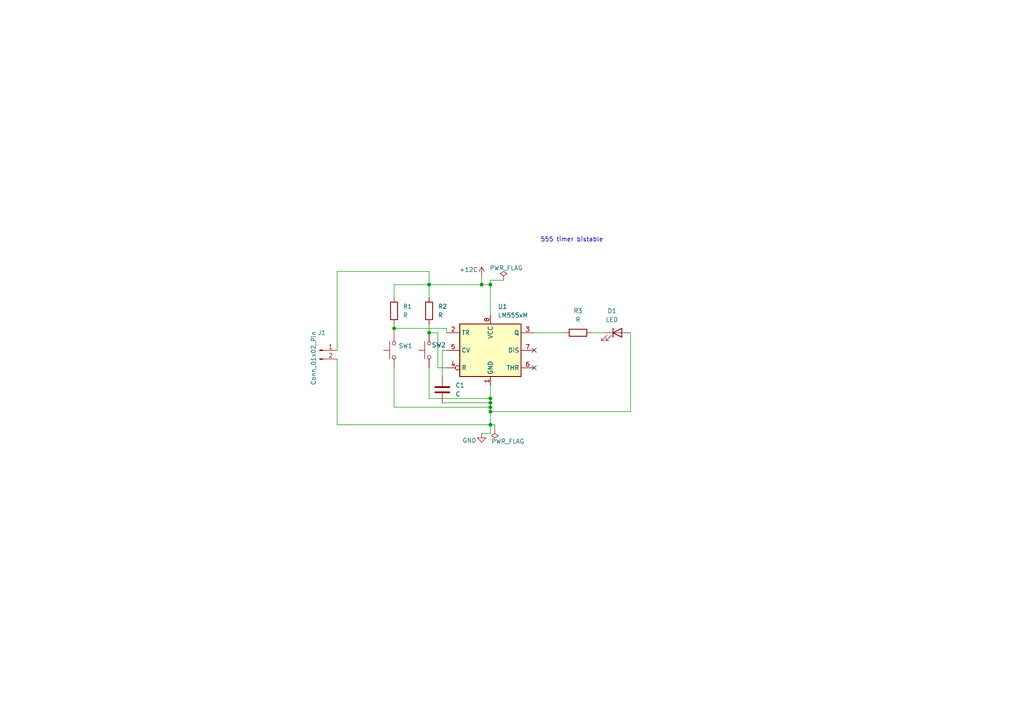
<source format=kicad_sch>
(kicad_sch
	(version 20250114)
	(generator "eeschema")
	(generator_version "9.0")
	(uuid "bc7404fc-2280-41a7-90f0-6c37319df98c")
	(paper "A4")
	(lib_symbols
		(symbol "Connector:Conn_01x02_Pin"
			(pin_names
				(offset 1.016)
				(hide yes)
			)
			(exclude_from_sim no)
			(in_bom yes)
			(on_board yes)
			(property "Reference" "J"
				(at 0 2.54 0)
				(effects
					(font
						(size 1.27 1.27)
					)
				)
			)
			(property "Value" "Conn_01x02_Pin"
				(at 0 -5.08 0)
				(effects
					(font
						(size 1.27 1.27)
					)
				)
			)
			(property "Footprint" ""
				(at 0 0 0)
				(effects
					(font
						(size 1.27 1.27)
					)
					(hide yes)
				)
			)
			(property "Datasheet" "~"
				(at 0 0 0)
				(effects
					(font
						(size 1.27 1.27)
					)
					(hide yes)
				)
			)
			(property "Description" "Generic connector, single row, 01x02, script generated"
				(at 0 0 0)
				(effects
					(font
						(size 1.27 1.27)
					)
					(hide yes)
				)
			)
			(property "ki_locked" ""
				(at 0 0 0)
				(effects
					(font
						(size 1.27 1.27)
					)
				)
			)
			(property "ki_keywords" "connector"
				(at 0 0 0)
				(effects
					(font
						(size 1.27 1.27)
					)
					(hide yes)
				)
			)
			(property "ki_fp_filters" "Connector*:*_1x??_*"
				(at 0 0 0)
				(effects
					(font
						(size 1.27 1.27)
					)
					(hide yes)
				)
			)
			(symbol "Conn_01x02_Pin_1_1"
				(rectangle
					(start 0.8636 0.127)
					(end 0 -0.127)
					(stroke
						(width 0.1524)
						(type default)
					)
					(fill
						(type outline)
					)
				)
				(rectangle
					(start 0.8636 -2.413)
					(end 0 -2.667)
					(stroke
						(width 0.1524)
						(type default)
					)
					(fill
						(type outline)
					)
				)
				(polyline
					(pts
						(xy 1.27 0) (xy 0.8636 0)
					)
					(stroke
						(width 0.1524)
						(type default)
					)
					(fill
						(type none)
					)
				)
				(polyline
					(pts
						(xy 1.27 -2.54) (xy 0.8636 -2.54)
					)
					(stroke
						(width 0.1524)
						(type default)
					)
					(fill
						(type none)
					)
				)
				(pin passive line
					(at 5.08 0 180)
					(length 3.81)
					(name "Pin_1"
						(effects
							(font
								(size 1.27 1.27)
							)
						)
					)
					(number "1"
						(effects
							(font
								(size 1.27 1.27)
							)
						)
					)
				)
				(pin passive line
					(at 5.08 -2.54 180)
					(length 3.81)
					(name "Pin_2"
						(effects
							(font
								(size 1.27 1.27)
							)
						)
					)
					(number "2"
						(effects
							(font
								(size 1.27 1.27)
							)
						)
					)
				)
			)
			(embedded_fonts no)
		)
		(symbol "Device:C"
			(pin_numbers
				(hide yes)
			)
			(pin_names
				(offset 0.254)
			)
			(exclude_from_sim no)
			(in_bom yes)
			(on_board yes)
			(property "Reference" "C"
				(at 0.635 2.54 0)
				(effects
					(font
						(size 1.27 1.27)
					)
					(justify left)
				)
			)
			(property "Value" "C"
				(at 0.635 -2.54 0)
				(effects
					(font
						(size 1.27 1.27)
					)
					(justify left)
				)
			)
			(property "Footprint" ""
				(at 0.9652 -3.81 0)
				(effects
					(font
						(size 1.27 1.27)
					)
					(hide yes)
				)
			)
			(property "Datasheet" "~"
				(at 0 0 0)
				(effects
					(font
						(size 1.27 1.27)
					)
					(hide yes)
				)
			)
			(property "Description" "Unpolarized capacitor"
				(at 0 0 0)
				(effects
					(font
						(size 1.27 1.27)
					)
					(hide yes)
				)
			)
			(property "ki_keywords" "cap capacitor"
				(at 0 0 0)
				(effects
					(font
						(size 1.27 1.27)
					)
					(hide yes)
				)
			)
			(property "ki_fp_filters" "C_*"
				(at 0 0 0)
				(effects
					(font
						(size 1.27 1.27)
					)
					(hide yes)
				)
			)
			(symbol "C_0_1"
				(polyline
					(pts
						(xy -2.032 0.762) (xy 2.032 0.762)
					)
					(stroke
						(width 0.508)
						(type default)
					)
					(fill
						(type none)
					)
				)
				(polyline
					(pts
						(xy -2.032 -0.762) (xy 2.032 -0.762)
					)
					(stroke
						(width 0.508)
						(type default)
					)
					(fill
						(type none)
					)
				)
			)
			(symbol "C_1_1"
				(pin passive line
					(at 0 3.81 270)
					(length 2.794)
					(name "~"
						(effects
							(font
								(size 1.27 1.27)
							)
						)
					)
					(number "1"
						(effects
							(font
								(size 1.27 1.27)
							)
						)
					)
				)
				(pin passive line
					(at 0 -3.81 90)
					(length 2.794)
					(name "~"
						(effects
							(font
								(size 1.27 1.27)
							)
						)
					)
					(number "2"
						(effects
							(font
								(size 1.27 1.27)
							)
						)
					)
				)
			)
			(embedded_fonts no)
		)
		(symbol "Device:LED"
			(pin_numbers
				(hide yes)
			)
			(pin_names
				(offset 1.016)
				(hide yes)
			)
			(exclude_from_sim no)
			(in_bom yes)
			(on_board yes)
			(property "Reference" "D"
				(at 0 2.54 0)
				(effects
					(font
						(size 1.27 1.27)
					)
				)
			)
			(property "Value" "LED"
				(at 0 -2.54 0)
				(effects
					(font
						(size 1.27 1.27)
					)
				)
			)
			(property "Footprint" ""
				(at 0 0 0)
				(effects
					(font
						(size 1.27 1.27)
					)
					(hide yes)
				)
			)
			(property "Datasheet" "~"
				(at 0 0 0)
				(effects
					(font
						(size 1.27 1.27)
					)
					(hide yes)
				)
			)
			(property "Description" "Light emitting diode"
				(at 0 0 0)
				(effects
					(font
						(size 1.27 1.27)
					)
					(hide yes)
				)
			)
			(property "Sim.Pins" "1=K 2=A"
				(at 0 0 0)
				(effects
					(font
						(size 1.27 1.27)
					)
					(hide yes)
				)
			)
			(property "ki_keywords" "LED diode"
				(at 0 0 0)
				(effects
					(font
						(size 1.27 1.27)
					)
					(hide yes)
				)
			)
			(property "ki_fp_filters" "LED* LED_SMD:* LED_THT:*"
				(at 0 0 0)
				(effects
					(font
						(size 1.27 1.27)
					)
					(hide yes)
				)
			)
			(symbol "LED_0_1"
				(polyline
					(pts
						(xy -3.048 -0.762) (xy -4.572 -2.286) (xy -3.81 -2.286) (xy -4.572 -2.286) (xy -4.572 -1.524)
					)
					(stroke
						(width 0)
						(type default)
					)
					(fill
						(type none)
					)
				)
				(polyline
					(pts
						(xy -1.778 -0.762) (xy -3.302 -2.286) (xy -2.54 -2.286) (xy -3.302 -2.286) (xy -3.302 -1.524)
					)
					(stroke
						(width 0)
						(type default)
					)
					(fill
						(type none)
					)
				)
				(polyline
					(pts
						(xy -1.27 0) (xy 1.27 0)
					)
					(stroke
						(width 0)
						(type default)
					)
					(fill
						(type none)
					)
				)
				(polyline
					(pts
						(xy -1.27 -1.27) (xy -1.27 1.27)
					)
					(stroke
						(width 0.254)
						(type default)
					)
					(fill
						(type none)
					)
				)
				(polyline
					(pts
						(xy 1.27 -1.27) (xy 1.27 1.27) (xy -1.27 0) (xy 1.27 -1.27)
					)
					(stroke
						(width 0.254)
						(type default)
					)
					(fill
						(type none)
					)
				)
			)
			(symbol "LED_1_1"
				(pin passive line
					(at -3.81 0 0)
					(length 2.54)
					(name "K"
						(effects
							(font
								(size 1.27 1.27)
							)
						)
					)
					(number "1"
						(effects
							(font
								(size 1.27 1.27)
							)
						)
					)
				)
				(pin passive line
					(at 3.81 0 180)
					(length 2.54)
					(name "A"
						(effects
							(font
								(size 1.27 1.27)
							)
						)
					)
					(number "2"
						(effects
							(font
								(size 1.27 1.27)
							)
						)
					)
				)
			)
			(embedded_fonts no)
		)
		(symbol "Device:R"
			(pin_numbers
				(hide yes)
			)
			(pin_names
				(offset 0)
			)
			(exclude_from_sim no)
			(in_bom yes)
			(on_board yes)
			(property "Reference" "R"
				(at 2.032 0 90)
				(effects
					(font
						(size 1.27 1.27)
					)
				)
			)
			(property "Value" "R"
				(at 0 0 90)
				(effects
					(font
						(size 1.27 1.27)
					)
				)
			)
			(property "Footprint" ""
				(at -1.778 0 90)
				(effects
					(font
						(size 1.27 1.27)
					)
					(hide yes)
				)
			)
			(property "Datasheet" "~"
				(at 0 0 0)
				(effects
					(font
						(size 1.27 1.27)
					)
					(hide yes)
				)
			)
			(property "Description" "Resistor"
				(at 0 0 0)
				(effects
					(font
						(size 1.27 1.27)
					)
					(hide yes)
				)
			)
			(property "ki_keywords" "R res resistor"
				(at 0 0 0)
				(effects
					(font
						(size 1.27 1.27)
					)
					(hide yes)
				)
			)
			(property "ki_fp_filters" "R_*"
				(at 0 0 0)
				(effects
					(font
						(size 1.27 1.27)
					)
					(hide yes)
				)
			)
			(symbol "R_0_1"
				(rectangle
					(start -1.016 -2.54)
					(end 1.016 2.54)
					(stroke
						(width 0.254)
						(type default)
					)
					(fill
						(type none)
					)
				)
			)
			(symbol "R_1_1"
				(pin passive line
					(at 0 3.81 270)
					(length 1.27)
					(name "~"
						(effects
							(font
								(size 1.27 1.27)
							)
						)
					)
					(number "1"
						(effects
							(font
								(size 1.27 1.27)
							)
						)
					)
				)
				(pin passive line
					(at 0 -3.81 90)
					(length 1.27)
					(name "~"
						(effects
							(font
								(size 1.27 1.27)
							)
						)
					)
					(number "2"
						(effects
							(font
								(size 1.27 1.27)
							)
						)
					)
				)
			)
			(embedded_fonts no)
		)
		(symbol "Switch:SW_Push"
			(pin_numbers
				(hide yes)
			)
			(pin_names
				(offset 1.016)
				(hide yes)
			)
			(exclude_from_sim no)
			(in_bom yes)
			(on_board yes)
			(property "Reference" "SW"
				(at 1.27 2.54 0)
				(effects
					(font
						(size 1.27 1.27)
					)
					(justify left)
				)
			)
			(property "Value" "SW_Push"
				(at 0 -1.524 0)
				(effects
					(font
						(size 1.27 1.27)
					)
				)
			)
			(property "Footprint" ""
				(at 0 5.08 0)
				(effects
					(font
						(size 1.27 1.27)
					)
					(hide yes)
				)
			)
			(property "Datasheet" "~"
				(at 0 5.08 0)
				(effects
					(font
						(size 1.27 1.27)
					)
					(hide yes)
				)
			)
			(property "Description" "Push button switch, generic, two pins"
				(at 0 0 0)
				(effects
					(font
						(size 1.27 1.27)
					)
					(hide yes)
				)
			)
			(property "ki_keywords" "switch normally-open pushbutton push-button"
				(at 0 0 0)
				(effects
					(font
						(size 1.27 1.27)
					)
					(hide yes)
				)
			)
			(symbol "SW_Push_0_1"
				(circle
					(center -2.032 0)
					(radius 0.508)
					(stroke
						(width 0)
						(type default)
					)
					(fill
						(type none)
					)
				)
				(polyline
					(pts
						(xy 0 1.27) (xy 0 3.048)
					)
					(stroke
						(width 0)
						(type default)
					)
					(fill
						(type none)
					)
				)
				(circle
					(center 2.032 0)
					(radius 0.508)
					(stroke
						(width 0)
						(type default)
					)
					(fill
						(type none)
					)
				)
				(polyline
					(pts
						(xy 2.54 1.27) (xy -2.54 1.27)
					)
					(stroke
						(width 0)
						(type default)
					)
					(fill
						(type none)
					)
				)
				(pin passive line
					(at -5.08 0 0)
					(length 2.54)
					(name "1"
						(effects
							(font
								(size 1.27 1.27)
							)
						)
					)
					(number "1"
						(effects
							(font
								(size 1.27 1.27)
							)
						)
					)
				)
				(pin passive line
					(at 5.08 0 180)
					(length 2.54)
					(name "2"
						(effects
							(font
								(size 1.27 1.27)
							)
						)
					)
					(number "2"
						(effects
							(font
								(size 1.27 1.27)
							)
						)
					)
				)
			)
			(embedded_fonts no)
		)
		(symbol "Timer:LM555xM"
			(exclude_from_sim no)
			(in_bom yes)
			(on_board yes)
			(property "Reference" "U"
				(at -10.16 8.89 0)
				(effects
					(font
						(size 1.27 1.27)
					)
					(justify left)
				)
			)
			(property "Value" "LM555xM"
				(at 2.54 8.89 0)
				(effects
					(font
						(size 1.27 1.27)
					)
					(justify left)
				)
			)
			(property "Footprint" "Package_SO:SOIC-8_3.9x4.9mm_P1.27mm"
				(at 21.59 -10.16 0)
				(effects
					(font
						(size 1.27 1.27)
					)
					(hide yes)
				)
			)
			(property "Datasheet" "http://www.ti.com/lit/ds/symlink/lm555.pdf"
				(at 21.59 -10.16 0)
				(effects
					(font
						(size 1.27 1.27)
					)
					(hide yes)
				)
			)
			(property "Description" "Timer, 555 compatible, SOIC-8"
				(at 0 0 0)
				(effects
					(font
						(size 1.27 1.27)
					)
					(hide yes)
				)
			)
			(property "ki_keywords" "single timer 555"
				(at 0 0 0)
				(effects
					(font
						(size 1.27 1.27)
					)
					(hide yes)
				)
			)
			(property "ki_fp_filters" "SOIC*3.9x4.9mm*P1.27mm*"
				(at 0 0 0)
				(effects
					(font
						(size 1.27 1.27)
					)
					(hide yes)
				)
			)
			(symbol "LM555xM_0_0"
				(pin power_in line
					(at 0 10.16 270)
					(length 2.54)
					(name "VCC"
						(effects
							(font
								(size 1.27 1.27)
							)
						)
					)
					(number "8"
						(effects
							(font
								(size 1.27 1.27)
							)
						)
					)
				)
				(pin power_in line
					(at 0 -10.16 90)
					(length 2.54)
					(name "GND"
						(effects
							(font
								(size 1.27 1.27)
							)
						)
					)
					(number "1"
						(effects
							(font
								(size 1.27 1.27)
							)
						)
					)
				)
			)
			(symbol "LM555xM_0_1"
				(rectangle
					(start -8.89 -7.62)
					(end 8.89 7.62)
					(stroke
						(width 0.254)
						(type default)
					)
					(fill
						(type background)
					)
				)
				(rectangle
					(start -8.89 -7.62)
					(end 8.89 7.62)
					(stroke
						(width 0.254)
						(type default)
					)
					(fill
						(type background)
					)
				)
			)
			(symbol "LM555xM_1_1"
				(pin input line
					(at -12.7 5.08 0)
					(length 3.81)
					(name "TR"
						(effects
							(font
								(size 1.27 1.27)
							)
						)
					)
					(number "2"
						(effects
							(font
								(size 1.27 1.27)
							)
						)
					)
				)
				(pin input line
					(at -12.7 0 0)
					(length 3.81)
					(name "CV"
						(effects
							(font
								(size 1.27 1.27)
							)
						)
					)
					(number "5"
						(effects
							(font
								(size 1.27 1.27)
							)
						)
					)
				)
				(pin input inverted
					(at -12.7 -5.08 0)
					(length 3.81)
					(name "R"
						(effects
							(font
								(size 1.27 1.27)
							)
						)
					)
					(number "4"
						(effects
							(font
								(size 1.27 1.27)
							)
						)
					)
				)
				(pin output line
					(at 12.7 5.08 180)
					(length 3.81)
					(name "Q"
						(effects
							(font
								(size 1.27 1.27)
							)
						)
					)
					(number "3"
						(effects
							(font
								(size 1.27 1.27)
							)
						)
					)
				)
				(pin input line
					(at 12.7 0 180)
					(length 3.81)
					(name "DIS"
						(effects
							(font
								(size 1.27 1.27)
							)
						)
					)
					(number "7"
						(effects
							(font
								(size 1.27 1.27)
							)
						)
					)
				)
				(pin input line
					(at 12.7 -5.08 180)
					(length 3.81)
					(name "THR"
						(effects
							(font
								(size 1.27 1.27)
							)
						)
					)
					(number "6"
						(effects
							(font
								(size 1.27 1.27)
							)
						)
					)
				)
			)
			(embedded_fonts no)
		)
		(symbol "power:+12C"
			(power)
			(pin_numbers
				(hide yes)
			)
			(pin_names
				(offset 0)
				(hide yes)
			)
			(exclude_from_sim no)
			(in_bom yes)
			(on_board yes)
			(property "Reference" "#PWR"
				(at 0 -3.81 0)
				(effects
					(font
						(size 1.27 1.27)
					)
					(hide yes)
				)
			)
			(property "Value" "+12C"
				(at 0 3.556 0)
				(effects
					(font
						(size 1.27 1.27)
					)
				)
			)
			(property "Footprint" ""
				(at 0 0 0)
				(effects
					(font
						(size 1.27 1.27)
					)
					(hide yes)
				)
			)
			(property "Datasheet" ""
				(at 0 0 0)
				(effects
					(font
						(size 1.27 1.27)
					)
					(hide yes)
				)
			)
			(property "Description" "Power symbol creates a global label with name \"+12C\""
				(at 0 0 0)
				(effects
					(font
						(size 1.27 1.27)
					)
					(hide yes)
				)
			)
			(property "ki_keywords" "global power"
				(at 0 0 0)
				(effects
					(font
						(size 1.27 1.27)
					)
					(hide yes)
				)
			)
			(symbol "+12C_0_1"
				(polyline
					(pts
						(xy -0.762 1.27) (xy 0 2.54)
					)
					(stroke
						(width 0)
						(type default)
					)
					(fill
						(type none)
					)
				)
				(polyline
					(pts
						(xy 0 2.54) (xy 0.762 1.27)
					)
					(stroke
						(width 0)
						(type default)
					)
					(fill
						(type none)
					)
				)
				(polyline
					(pts
						(xy 0 0) (xy 0 2.54)
					)
					(stroke
						(width 0)
						(type default)
					)
					(fill
						(type none)
					)
				)
			)
			(symbol "+12C_1_1"
				(pin power_in line
					(at 0 0 90)
					(length 0)
					(name "~"
						(effects
							(font
								(size 1.27 1.27)
							)
						)
					)
					(number "1"
						(effects
							(font
								(size 1.27 1.27)
							)
						)
					)
				)
			)
			(embedded_fonts no)
		)
		(symbol "power:GND"
			(power)
			(pin_numbers
				(hide yes)
			)
			(pin_names
				(offset 0)
				(hide yes)
			)
			(exclude_from_sim no)
			(in_bom yes)
			(on_board yes)
			(property "Reference" "#PWR"
				(at 0 -6.35 0)
				(effects
					(font
						(size 1.27 1.27)
					)
					(hide yes)
				)
			)
			(property "Value" "GND"
				(at 0 -3.81 0)
				(effects
					(font
						(size 1.27 1.27)
					)
				)
			)
			(property "Footprint" ""
				(at 0 0 0)
				(effects
					(font
						(size 1.27 1.27)
					)
					(hide yes)
				)
			)
			(property "Datasheet" ""
				(at 0 0 0)
				(effects
					(font
						(size 1.27 1.27)
					)
					(hide yes)
				)
			)
			(property "Description" "Power symbol creates a global label with name \"GND\" , ground"
				(at 0 0 0)
				(effects
					(font
						(size 1.27 1.27)
					)
					(hide yes)
				)
			)
			(property "ki_keywords" "global power"
				(at 0 0 0)
				(effects
					(font
						(size 1.27 1.27)
					)
					(hide yes)
				)
			)
			(symbol "GND_0_1"
				(polyline
					(pts
						(xy 0 0) (xy 0 -1.27) (xy 1.27 -1.27) (xy 0 -2.54) (xy -1.27 -1.27) (xy 0 -1.27)
					)
					(stroke
						(width 0)
						(type default)
					)
					(fill
						(type none)
					)
				)
			)
			(symbol "GND_1_1"
				(pin power_in line
					(at 0 0 270)
					(length 0)
					(name "~"
						(effects
							(font
								(size 1.27 1.27)
							)
						)
					)
					(number "1"
						(effects
							(font
								(size 1.27 1.27)
							)
						)
					)
				)
			)
			(embedded_fonts no)
		)
		(symbol "power:PWR_FLAG"
			(power)
			(pin_numbers
				(hide yes)
			)
			(pin_names
				(offset 0)
				(hide yes)
			)
			(exclude_from_sim no)
			(in_bom yes)
			(on_board yes)
			(property "Reference" "#FLG"
				(at 0 1.905 0)
				(effects
					(font
						(size 1.27 1.27)
					)
					(hide yes)
				)
			)
			(property "Value" "PWR_FLAG"
				(at 0 3.81 0)
				(effects
					(font
						(size 1.27 1.27)
					)
				)
			)
			(property "Footprint" ""
				(at 0 0 0)
				(effects
					(font
						(size 1.27 1.27)
					)
					(hide yes)
				)
			)
			(property "Datasheet" "~"
				(at 0 0 0)
				(effects
					(font
						(size 1.27 1.27)
					)
					(hide yes)
				)
			)
			(property "Description" "Special symbol for telling ERC where power comes from"
				(at 0 0 0)
				(effects
					(font
						(size 1.27 1.27)
					)
					(hide yes)
				)
			)
			(property "ki_keywords" "flag power"
				(at 0 0 0)
				(effects
					(font
						(size 1.27 1.27)
					)
					(hide yes)
				)
			)
			(symbol "PWR_FLAG_0_0"
				(pin power_out line
					(at 0 0 90)
					(length 0)
					(name "~"
						(effects
							(font
								(size 1.27 1.27)
							)
						)
					)
					(number "1"
						(effects
							(font
								(size 1.27 1.27)
							)
						)
					)
				)
			)
			(symbol "PWR_FLAG_0_1"
				(polyline
					(pts
						(xy 0 0) (xy 0 1.27) (xy -1.016 1.905) (xy 0 2.54) (xy 1.016 1.905) (xy 0 1.27)
					)
					(stroke
						(width 0)
						(type default)
					)
					(fill
						(type none)
					)
				)
			)
			(embedded_fonts no)
		)
	)
	(text "555 timer bistable\n"
		(exclude_from_sim no)
		(at 165.862 69.596 0)
		(effects
			(font
				(size 1.27 1.27)
			)
		)
		(uuid "923e7eb7-3e27-45af-8f57-22b5681a8db2")
	)
	(junction
		(at 124.46 96.52)
		(diameter 0)
		(color 0 0 0 0)
		(uuid "33f97587-aee2-44b6-8be4-bebf66a8f508")
	)
	(junction
		(at 142.24 116.84)
		(diameter 0)
		(color 0 0 0 0)
		(uuid "4042029d-aa2b-4add-87db-1b7628121f26")
	)
	(junction
		(at 114.3 95.25)
		(diameter 0)
		(color 0 0 0 0)
		(uuid "68cbb287-a702-491f-8efd-fe75a6589e60")
	)
	(junction
		(at 142.24 123.19)
		(diameter 0)
		(color 0 0 0 0)
		(uuid "6cb5a041-d1b2-4252-9678-256dfb00daa6")
	)
	(junction
		(at 142.24 118.11)
		(diameter 0)
		(color 0 0 0 0)
		(uuid "7883e622-26dc-4b8d-ac4e-7f5e3bbf0eca")
	)
	(junction
		(at 124.46 82.55)
		(diameter 0)
		(color 0 0 0 0)
		(uuid "bca7adf0-4109-458d-a262-6ca90009acbd")
	)
	(junction
		(at 142.24 82.55)
		(diameter 0)
		(color 0 0 0 0)
		(uuid "c46e9b18-3399-415e-aab0-46d90d3c336e")
	)
	(junction
		(at 139.7 82.55)
		(diameter 0)
		(color 0 0 0 0)
		(uuid "d65f22a2-3997-4b2c-9aa6-2b009bcafd5e")
	)
	(junction
		(at 142.24 119.38)
		(diameter 0)
		(color 0 0 0 0)
		(uuid "d9272ab4-89a1-4248-8a64-ffa96e43a2cd")
	)
	(junction
		(at 142.24 115.57)
		(diameter 0)
		(color 0 0 0 0)
		(uuid "e7431b59-714c-479b-abe2-f1a60c4104ac")
	)
	(no_connect
		(at 154.94 101.6)
		(uuid "716f4a02-9849-4840-990c-f305682b5f96")
	)
	(no_connect
		(at 154.94 106.68)
		(uuid "94cefb7e-9741-429f-982e-8c93c5f8deeb")
	)
	(wire
		(pts
			(xy 114.3 118.11) (xy 142.24 118.11)
		)
		(stroke
			(width 0)
			(type default)
		)
		(uuid "0151cd44-35b9-459e-892d-13f031fb951e")
	)
	(wire
		(pts
			(xy 97.79 78.74) (xy 124.46 78.74)
		)
		(stroke
			(width 0)
			(type default)
		)
		(uuid "052f8dc9-3f06-4109-88b1-a3c807e2d567")
	)
	(wire
		(pts
			(xy 127 106.68) (xy 127 96.52)
		)
		(stroke
			(width 0)
			(type default)
		)
		(uuid "0bd15d72-f2b1-454b-8980-c957972178dc")
	)
	(wire
		(pts
			(xy 129.54 95.25) (xy 129.54 96.52)
		)
		(stroke
			(width 0)
			(type default)
		)
		(uuid "0e583dcd-5025-4f9d-9be1-2d62f0f53211")
	)
	(wire
		(pts
			(xy 142.24 119.38) (xy 182.88 119.38)
		)
		(stroke
			(width 0)
			(type default)
		)
		(uuid "154dc7de-7e47-4509-8118-619897ce92d0")
	)
	(wire
		(pts
			(xy 124.46 78.74) (xy 124.46 82.55)
		)
		(stroke
			(width 0)
			(type default)
		)
		(uuid "19f42bf7-09e9-49f7-8214-89e73850090a")
	)
	(wire
		(pts
			(xy 154.94 96.52) (xy 163.83 96.52)
		)
		(stroke
			(width 0)
			(type default)
		)
		(uuid "1c90309f-a2ea-464b-954e-a082ed637b05")
	)
	(wire
		(pts
			(xy 139.7 80.01) (xy 139.7 82.55)
		)
		(stroke
			(width 0)
			(type default)
		)
		(uuid "1fd7322f-2f66-4326-b0cd-bed6614ad087")
	)
	(wire
		(pts
			(xy 129.54 95.25) (xy 114.3 95.25)
		)
		(stroke
			(width 0)
			(type default)
		)
		(uuid "25b6cd9c-1a6a-45f3-8fde-81d7f90581dc")
	)
	(wire
		(pts
			(xy 182.88 119.38) (xy 182.88 96.52)
		)
		(stroke
			(width 0)
			(type default)
		)
		(uuid "3153ebd2-30fa-489b-b21b-6cc4ba4e419e")
	)
	(wire
		(pts
			(xy 97.79 101.6) (xy 97.79 78.74)
		)
		(stroke
			(width 0)
			(type default)
		)
		(uuid "3f8e58d9-2267-479b-9371-e76032c67712")
	)
	(wire
		(pts
			(xy 142.24 111.76) (xy 142.24 115.57)
		)
		(stroke
			(width 0)
			(type default)
		)
		(uuid "4183b9cc-d109-4074-b155-27e393181bd8")
	)
	(wire
		(pts
			(xy 114.3 93.98) (xy 114.3 95.25)
		)
		(stroke
			(width 0)
			(type default)
		)
		(uuid "432970a1-8c76-4c71-8ce8-4ef125e2cf00")
	)
	(wire
		(pts
			(xy 142.24 125.73) (xy 142.24 123.19)
		)
		(stroke
			(width 0)
			(type default)
		)
		(uuid "444e6dd6-bb22-4398-ae2c-e0c58cd4afb3")
	)
	(wire
		(pts
			(xy 142.24 81.28) (xy 146.05 81.28)
		)
		(stroke
			(width 0)
			(type default)
		)
		(uuid "4ee4457c-1d27-4519-9dff-441f3413a9ec")
	)
	(wire
		(pts
			(xy 139.7 125.73) (xy 142.24 125.73)
		)
		(stroke
			(width 0)
			(type default)
		)
		(uuid "4f57815f-292d-45f9-a568-8a6582d98e19")
	)
	(wire
		(pts
			(xy 114.3 82.55) (xy 124.46 82.55)
		)
		(stroke
			(width 0)
			(type default)
		)
		(uuid "50f8f388-0e39-405f-8940-436a1cdf76f8")
	)
	(wire
		(pts
			(xy 127 96.52) (xy 124.46 96.52)
		)
		(stroke
			(width 0)
			(type default)
		)
		(uuid "57017e68-ac65-4b96-8c9b-de350eb7774b")
	)
	(wire
		(pts
			(xy 124.46 115.57) (xy 142.24 115.57)
		)
		(stroke
			(width 0)
			(type default)
		)
		(uuid "58856f49-d060-4a58-96b5-81f2249f09c5")
	)
	(wire
		(pts
			(xy 143.51 123.19) (xy 143.51 124.46)
		)
		(stroke
			(width 0)
			(type default)
		)
		(uuid "5c968481-73bd-4bfd-a78a-68326fe16372")
	)
	(wire
		(pts
			(xy 97.79 104.14) (xy 97.79 123.19)
		)
		(stroke
			(width 0)
			(type default)
		)
		(uuid "607a20cb-fc80-479e-b6b9-619b0f66ba74")
	)
	(wire
		(pts
			(xy 124.46 93.98) (xy 124.46 96.52)
		)
		(stroke
			(width 0)
			(type default)
		)
		(uuid "746a3419-9ebc-45d8-bead-bc8b93a50fb7")
	)
	(wire
		(pts
			(xy 124.46 106.68) (xy 124.46 115.57)
		)
		(stroke
			(width 0)
			(type default)
		)
		(uuid "7634d9a0-b7ee-40f4-972f-b062c8833e0b")
	)
	(wire
		(pts
			(xy 114.3 106.68) (xy 114.3 118.11)
		)
		(stroke
			(width 0)
			(type default)
		)
		(uuid "919b9414-cd1e-4c31-881b-26b26fce8730")
	)
	(wire
		(pts
			(xy 142.24 116.84) (xy 142.24 118.11)
		)
		(stroke
			(width 0)
			(type default)
		)
		(uuid "92aea127-3428-40bb-90b9-036bd57f489c")
	)
	(wire
		(pts
			(xy 142.24 81.28) (xy 142.24 82.55)
		)
		(stroke
			(width 0)
			(type default)
		)
		(uuid "ab12dfe2-e5c2-497a-bdb5-c1a6328eb35f")
	)
	(wire
		(pts
			(xy 171.45 96.52) (xy 175.26 96.52)
		)
		(stroke
			(width 0)
			(type default)
		)
		(uuid "ae4409b5-aa9e-48ad-ba2c-b5ec6119ee09")
	)
	(wire
		(pts
			(xy 97.79 123.19) (xy 142.24 123.19)
		)
		(stroke
			(width 0)
			(type default)
		)
		(uuid "baa42cf5-eec6-4308-878e-dd072a8fd16a")
	)
	(wire
		(pts
			(xy 139.7 82.55) (xy 142.24 82.55)
		)
		(stroke
			(width 0)
			(type default)
		)
		(uuid "bf95b7cb-fd59-43fd-a194-a0648c9b9a21")
	)
	(wire
		(pts
			(xy 142.24 123.19) (xy 142.24 119.38)
		)
		(stroke
			(width 0)
			(type default)
		)
		(uuid "cd7f85e8-f5c5-419c-8114-b955d43baafc")
	)
	(wire
		(pts
			(xy 114.3 95.25) (xy 114.3 96.52)
		)
		(stroke
			(width 0)
			(type default)
		)
		(uuid "ce37044a-1a8c-4f57-a10d-8d306c7879b1")
	)
	(wire
		(pts
			(xy 114.3 86.36) (xy 114.3 82.55)
		)
		(stroke
			(width 0)
			(type default)
		)
		(uuid "cf58dfac-8224-43cf-8759-d14a272c8bbc")
	)
	(wire
		(pts
			(xy 142.24 123.19) (xy 143.51 123.19)
		)
		(stroke
			(width 0)
			(type default)
		)
		(uuid "d0be616b-0e6e-4407-bdbe-49d282cd0173")
	)
	(wire
		(pts
			(xy 142.24 115.57) (xy 142.24 116.84)
		)
		(stroke
			(width 0)
			(type default)
		)
		(uuid "d2ad0cf1-d5f1-46c9-a275-89b0a23e4624")
	)
	(wire
		(pts
			(xy 124.46 82.55) (xy 139.7 82.55)
		)
		(stroke
			(width 0)
			(type default)
		)
		(uuid "d3fb6c23-9c73-4eb1-8dce-427b8d8f20b2")
	)
	(wire
		(pts
			(xy 142.24 118.11) (xy 142.24 119.38)
		)
		(stroke
			(width 0)
			(type default)
		)
		(uuid "dbc7d9bd-55d7-4e92-acf1-19eb8676ee0f")
	)
	(wire
		(pts
			(xy 129.54 106.68) (xy 127 106.68)
		)
		(stroke
			(width 0)
			(type default)
		)
		(uuid "ea0718cb-44cf-4b53-97c1-327a4ce73096")
	)
	(wire
		(pts
			(xy 142.24 82.55) (xy 142.24 91.44)
		)
		(stroke
			(width 0)
			(type default)
		)
		(uuid "eb1912d9-99b6-4ba5-916d-16ff1aa8ec2f")
	)
	(wire
		(pts
			(xy 124.46 82.55) (xy 124.46 86.36)
		)
		(stroke
			(width 0)
			(type default)
		)
		(uuid "ecf96a09-1522-403b-a027-8b311a07179f")
	)
	(wire
		(pts
			(xy 128.27 101.6) (xy 128.27 109.22)
		)
		(stroke
			(width 0)
			(type default)
		)
		(uuid "febe8233-29d4-4f1e-88ad-d9d5a5b9f077")
	)
	(wire
		(pts
			(xy 128.27 116.84) (xy 142.24 116.84)
		)
		(stroke
			(width 0)
			(type default)
		)
		(uuid "ff3304f3-64c9-4152-9d7b-481549e4623f")
	)
	(wire
		(pts
			(xy 129.54 101.6) (xy 128.27 101.6)
		)
		(stroke
			(width 0)
			(type default)
		)
		(uuid "ffa07b43-0d7f-4612-8f06-70cbcfdb77e6")
	)
	(symbol
		(lib_id "power:PWR_FLAG")
		(at 146.05 81.28 0)
		(unit 1)
		(exclude_from_sim no)
		(in_bom yes)
		(on_board yes)
		(dnp no)
		(uuid "16680a57-9c30-4568-b564-1eeddea88cf5")
		(property "Reference" "#FLG01"
			(at 146.05 79.375 0)
			(effects
				(font
					(size 1.27 1.27)
				)
				(hide yes)
			)
		)
		(property "Value" "PWR_FLAG"
			(at 146.812 77.724 0)
			(effects
				(font
					(size 1.27 1.27)
				)
			)
		)
		(property "Footprint" ""
			(at 146.05 81.28 0)
			(effects
				(font
					(size 1.27 1.27)
				)
				(hide yes)
			)
		)
		(property "Datasheet" "~"
			(at 146.05 81.28 0)
			(effects
				(font
					(size 1.27 1.27)
				)
				(hide yes)
			)
		)
		(property "Description" "Special symbol for telling ERC where power comes from"
			(at 146.05 81.28 0)
			(effects
				(font
					(size 1.27 1.27)
				)
				(hide yes)
			)
		)
		(pin "1"
			(uuid "26f60793-c129-494e-8b47-fdfcfd6e77c8")
		)
		(instances
			(project ""
				(path "/bc7404fc-2280-41a7-90f0-6c37319df98c"
					(reference "#FLG01")
					(unit 1)
				)
			)
		)
	)
	(symbol
		(lib_id "Connector:Conn_01x02_Pin")
		(at 92.71 101.6 0)
		(unit 1)
		(exclude_from_sim no)
		(in_bom yes)
		(on_board yes)
		(dnp no)
		(uuid "3b6abafd-0a70-48b4-be41-bee4dd20fd16")
		(property "Reference" "J1"
			(at 93.345 96.52 0)
			(effects
				(font
					(size 1.27 1.27)
				)
			)
		)
		(property "Value" "Conn_01x02_Pin"
			(at 90.932 103.886 90)
			(effects
				(font
					(size 1.27 1.27)
				)
			)
		)
		(property "Footprint" "Connector_TE-Connectivity:TE_440054-2_1x02_P2.00mm_Vertical"
			(at 92.71 101.6 0)
			(effects
				(font
					(size 1.27 1.27)
				)
				(hide yes)
			)
		)
		(property "Datasheet" "~"
			(at 92.71 101.6 0)
			(effects
				(font
					(size 1.27 1.27)
				)
				(hide yes)
			)
		)
		(property "Description" "Generic connector, single row, 01x02, script generated"
			(at 92.71 101.6 0)
			(effects
				(font
					(size 1.27 1.27)
				)
				(hide yes)
			)
		)
		(pin "1"
			(uuid "6bf40bfa-64a8-4a4e-b638-5db54f796710")
		)
		(pin "2"
			(uuid "1709001b-4d88-4f26-aa42-d4b331aee6e0")
		)
		(instances
			(project ""
				(path "/bc7404fc-2280-41a7-90f0-6c37319df98c"
					(reference "J1")
					(unit 1)
				)
			)
		)
	)
	(symbol
		(lib_id "power:+12C")
		(at 139.7 80.01 0)
		(unit 1)
		(exclude_from_sim no)
		(in_bom yes)
		(on_board yes)
		(dnp no)
		(uuid "4440530b-9d91-4ade-bdcd-e2d1ec97e83d")
		(property "Reference" "#PWR02"
			(at 139.7 83.82 0)
			(effects
				(font
					(size 1.27 1.27)
				)
				(hide yes)
			)
		)
		(property "Value" "+12C"
			(at 135.89 78.232 0)
			(effects
				(font
					(size 1.27 1.27)
				)
			)
		)
		(property "Footprint" ""
			(at 139.7 80.01 0)
			(effects
				(font
					(size 1.27 1.27)
				)
				(hide yes)
			)
		)
		(property "Datasheet" ""
			(at 139.7 80.01 0)
			(effects
				(font
					(size 1.27 1.27)
				)
				(hide yes)
			)
		)
		(property "Description" "Power symbol creates a global label with name \"+12C\""
			(at 139.7 80.01 0)
			(effects
				(font
					(size 1.27 1.27)
				)
				(hide yes)
			)
		)
		(pin "1"
			(uuid "ef0e8f02-a9a7-43da-91a9-abfea16da7c1")
		)
		(instances
			(project ""
				(path "/bc7404fc-2280-41a7-90f0-6c37319df98c"
					(reference "#PWR02")
					(unit 1)
				)
			)
		)
	)
	(symbol
		(lib_id "Device:R")
		(at 167.64 96.52 90)
		(unit 1)
		(exclude_from_sim no)
		(in_bom yes)
		(on_board yes)
		(dnp no)
		(fields_autoplaced yes)
		(uuid "4fa6494e-3cce-4553-be2b-f503a523774b")
		(property "Reference" "R3"
			(at 167.64 90.17 90)
			(effects
				(font
					(size 1.27 1.27)
				)
			)
		)
		(property "Value" "R"
			(at 167.64 92.71 90)
			(effects
				(font
					(size 1.27 1.27)
				)
			)
		)
		(property "Footprint" "Resistor_THT:R_Axial_DIN0411_L9.9mm_D3.6mm_P5.08mm_Vertical"
			(at 167.64 98.298 90)
			(effects
				(font
					(size 1.27 1.27)
				)
				(hide yes)
			)
		)
		(property "Datasheet" "~"
			(at 167.64 96.52 0)
			(effects
				(font
					(size 1.27 1.27)
				)
				(hide yes)
			)
		)
		(property "Description" "Resistor"
			(at 167.64 96.52 0)
			(effects
				(font
					(size 1.27 1.27)
				)
				(hide yes)
			)
		)
		(pin "1"
			(uuid "11fcdf68-b193-4735-9916-f15f789d2c74")
		)
		(pin "2"
			(uuid "750e3448-e965-4aab-a4c4-042161720e41")
		)
		(instances
			(project ""
				(path "/bc7404fc-2280-41a7-90f0-6c37319df98c"
					(reference "R3")
					(unit 1)
				)
			)
		)
	)
	(symbol
		(lib_id "Device:R")
		(at 114.3 90.17 0)
		(unit 1)
		(exclude_from_sim no)
		(in_bom yes)
		(on_board yes)
		(dnp no)
		(fields_autoplaced yes)
		(uuid "5bd004d4-e557-467e-ad9e-6a3489039b5c")
		(property "Reference" "R1"
			(at 116.84 88.8999 0)
			(effects
				(font
					(size 1.27 1.27)
				)
				(justify left)
			)
		)
		(property "Value" "R"
			(at 116.84 91.4399 0)
			(effects
				(font
					(size 1.27 1.27)
				)
				(justify left)
			)
		)
		(property "Footprint" "Resistor_THT:R_Axial_DIN0411_L9.9mm_D3.6mm_P5.08mm_Vertical"
			(at 112.522 90.17 90)
			(effects
				(font
					(size 1.27 1.27)
				)
				(hide yes)
			)
		)
		(property "Datasheet" "~"
			(at 114.3 90.17 0)
			(effects
				(font
					(size 1.27 1.27)
				)
				(hide yes)
			)
		)
		(property "Description" "Resistor"
			(at 114.3 90.17 0)
			(effects
				(font
					(size 1.27 1.27)
				)
				(hide yes)
			)
		)
		(pin "2"
			(uuid "1d7893f9-3980-4f75-89ca-f20bac4d72df")
		)
		(pin "1"
			(uuid "ab0d6ab2-0402-4a4c-b6aa-ab1cccf93529")
		)
		(instances
			(project ""
				(path "/bc7404fc-2280-41a7-90f0-6c37319df98c"
					(reference "R1")
					(unit 1)
				)
			)
		)
	)
	(symbol
		(lib_id "Switch:SW_Push")
		(at 124.46 101.6 90)
		(unit 1)
		(exclude_from_sim no)
		(in_bom yes)
		(on_board yes)
		(dnp no)
		(uuid "666e9af5-074a-4a70-9857-772a3f1bc2bc")
		(property "Reference" "SW2"
			(at 125.222 100.076 90)
			(effects
				(font
					(size 1.27 1.27)
				)
				(justify right)
			)
		)
		(property "Value" "SW_Push"
			(at 125.73 102.8699 90)
			(effects
				(font
					(size 1.27 1.27)
				)
				(justify right)
				(hide yes)
			)
		)
		(property "Footprint" "Button_Switch_THT:SW_PUSH_6mm_H4.3mm"
			(at 119.38 101.6 0)
			(effects
				(font
					(size 1.27 1.27)
				)
				(hide yes)
			)
		)
		(property "Datasheet" "~"
			(at 119.38 101.6 0)
			(effects
				(font
					(size 1.27 1.27)
				)
				(hide yes)
			)
		)
		(property "Description" "Push button switch, generic, two pins"
			(at 124.46 101.6 0)
			(effects
				(font
					(size 1.27 1.27)
				)
				(hide yes)
			)
		)
		(pin "2"
			(uuid "4ca70ba8-763b-4e4a-bd68-fad944d06945")
		)
		(pin "1"
			(uuid "8836a367-7c5f-4ae7-9d81-276bbdb9781c")
		)
		(instances
			(project ""
				(path "/bc7404fc-2280-41a7-90f0-6c37319df98c"
					(reference "SW2")
					(unit 1)
				)
			)
		)
	)
	(symbol
		(lib_id "Switch:SW_Push")
		(at 114.3 101.6 90)
		(unit 1)
		(exclude_from_sim no)
		(in_bom yes)
		(on_board yes)
		(dnp no)
		(fields_autoplaced yes)
		(uuid "7ae162d2-f1b0-4cf4-b15b-1f2c164e0218")
		(property "Reference" "SW1"
			(at 115.57 100.3299 90)
			(effects
				(font
					(size 1.27 1.27)
				)
				(justify right)
			)
		)
		(property "Value" "SW_Push"
			(at 115.57 102.8699 90)
			(effects
				(font
					(size 1.27 1.27)
				)
				(justify right)
				(hide yes)
			)
		)
		(property "Footprint" "Button_Switch_THT:SW_PUSH_6mm_H4.3mm"
			(at 109.22 101.6 0)
			(effects
				(font
					(size 1.27 1.27)
				)
				(hide yes)
			)
		)
		(property "Datasheet" "~"
			(at 109.22 101.6 0)
			(effects
				(font
					(size 1.27 1.27)
				)
				(hide yes)
			)
		)
		(property "Description" "Push button switch, generic, two pins"
			(at 114.3 101.6 0)
			(effects
				(font
					(size 1.27 1.27)
				)
				(hide yes)
			)
		)
		(pin "1"
			(uuid "b8280ace-5428-46b9-acb9-625f446b694a")
		)
		(pin "2"
			(uuid "a1b108d8-d17a-49cf-918e-e63a444b78e7")
		)
		(instances
			(project ""
				(path "/bc7404fc-2280-41a7-90f0-6c37319df98c"
					(reference "SW1")
					(unit 1)
				)
			)
		)
	)
	(symbol
		(lib_id "power:PWR_FLAG")
		(at 143.51 124.46 180)
		(unit 1)
		(exclude_from_sim no)
		(in_bom yes)
		(on_board yes)
		(dnp no)
		(uuid "8ad12c02-efaa-4fd5-9f15-ff66ff996d2b")
		(property "Reference" "#FLG02"
			(at 143.51 126.365 0)
			(effects
				(font
					(size 1.27 1.27)
				)
				(hide yes)
			)
		)
		(property "Value" "PWR_FLAG"
			(at 147.32 128.016 0)
			(effects
				(font
					(size 1.27 1.27)
				)
			)
		)
		(property "Footprint" ""
			(at 143.51 124.46 0)
			(effects
				(font
					(size 1.27 1.27)
				)
				(hide yes)
			)
		)
		(property "Datasheet" "~"
			(at 143.51 124.46 0)
			(effects
				(font
					(size 1.27 1.27)
				)
				(hide yes)
			)
		)
		(property "Description" "Special symbol for telling ERC where power comes from"
			(at 143.51 124.46 0)
			(effects
				(font
					(size 1.27 1.27)
				)
				(hide yes)
			)
		)
		(pin "1"
			(uuid "e52819aa-2677-4bdc-9bb4-38fab91c6078")
		)
		(instances
			(project ""
				(path "/bc7404fc-2280-41a7-90f0-6c37319df98c"
					(reference "#FLG02")
					(unit 1)
				)
			)
		)
	)
	(symbol
		(lib_id "Device:LED")
		(at 179.07 96.52 0)
		(unit 1)
		(exclude_from_sim no)
		(in_bom yes)
		(on_board yes)
		(dnp no)
		(fields_autoplaced yes)
		(uuid "9fe6af58-128c-40b1-89b1-1859317f64e9")
		(property "Reference" "D1"
			(at 177.4825 90.17 0)
			(effects
				(font
					(size 1.27 1.27)
				)
			)
		)
		(property "Value" "LED"
			(at 177.4825 92.71 0)
			(effects
				(font
					(size 1.27 1.27)
				)
			)
		)
		(property "Footprint" "LED_THT:LED_D5.0mm_Clear"
			(at 179.07 96.52 0)
			(effects
				(font
					(size 1.27 1.27)
				)
				(hide yes)
			)
		)
		(property "Datasheet" "~"
			(at 179.07 96.52 0)
			(effects
				(font
					(size 1.27 1.27)
				)
				(hide yes)
			)
		)
		(property "Description" "Light emitting diode"
			(at 179.07 96.52 0)
			(effects
				(font
					(size 1.27 1.27)
				)
				(hide yes)
			)
		)
		(property "Sim.Pins" "1=K 2=A"
			(at 179.07 96.52 0)
			(effects
				(font
					(size 1.27 1.27)
				)
				(hide yes)
			)
		)
		(pin "1"
			(uuid "64effe75-6284-47fa-9e85-61382117b3b2")
		)
		(pin "2"
			(uuid "87f651b0-b6d8-46ac-b718-553ead5a93c4")
		)
		(instances
			(project ""
				(path "/bc7404fc-2280-41a7-90f0-6c37319df98c"
					(reference "D1")
					(unit 1)
				)
			)
		)
	)
	(symbol
		(lib_id "Device:C")
		(at 128.27 113.03 0)
		(unit 1)
		(exclude_from_sim no)
		(in_bom yes)
		(on_board yes)
		(dnp no)
		(fields_autoplaced yes)
		(uuid "c159031e-1e74-4e96-a6b2-5d1202d02a5a")
		(property "Reference" "C1"
			(at 132.08 111.7599 0)
			(effects
				(font
					(size 1.27 1.27)
				)
				(justify left)
			)
		)
		(property "Value" "C"
			(at 132.08 114.2999 0)
			(effects
				(font
					(size 1.27 1.27)
				)
				(justify left)
			)
		)
		(property "Footprint" "Capacitor_THT:C_Disc_D10.5mm_W5.0mm_P5.00mm"
			(at 129.2352 116.84 0)
			(effects
				(font
					(size 1.27 1.27)
				)
				(hide yes)
			)
		)
		(property "Datasheet" "~"
			(at 128.27 113.03 0)
			(effects
				(font
					(size 1.27 1.27)
				)
				(hide yes)
			)
		)
		(property "Description" "Unpolarized capacitor"
			(at 128.27 113.03 0)
			(effects
				(font
					(size 1.27 1.27)
				)
				(hide yes)
			)
		)
		(pin "2"
			(uuid "5cdca142-2aff-4cfe-a625-e12fcc4e1b37")
		)
		(pin "1"
			(uuid "1d9a455b-a4a1-4624-b28d-3c19713bda7f")
		)
		(instances
			(project ""
				(path "/bc7404fc-2280-41a7-90f0-6c37319df98c"
					(reference "C1")
					(unit 1)
				)
			)
		)
	)
	(symbol
		(lib_id "Device:R")
		(at 124.46 90.17 0)
		(unit 1)
		(exclude_from_sim no)
		(in_bom yes)
		(on_board yes)
		(dnp no)
		(fields_autoplaced yes)
		(uuid "c26ed2dd-4cee-4748-8c8e-69dab0859351")
		(property "Reference" "R2"
			(at 127 88.8999 0)
			(effects
				(font
					(size 1.27 1.27)
				)
				(justify left)
			)
		)
		(property "Value" "R"
			(at 127 91.4399 0)
			(effects
				(font
					(size 1.27 1.27)
				)
				(justify left)
			)
		)
		(property "Footprint" "Resistor_THT:R_Axial_DIN0411_L9.9mm_D3.6mm_P5.08mm_Vertical"
			(at 122.682 90.17 90)
			(effects
				(font
					(size 1.27 1.27)
				)
				(hide yes)
			)
		)
		(property "Datasheet" "~"
			(at 124.46 90.17 0)
			(effects
				(font
					(size 1.27 1.27)
				)
				(hide yes)
			)
		)
		(property "Description" "Resistor"
			(at 124.46 90.17 0)
			(effects
				(font
					(size 1.27 1.27)
				)
				(hide yes)
			)
		)
		(pin "1"
			(uuid "8ad87278-e6f4-4d08-9724-5eba56716627")
		)
		(pin "2"
			(uuid "8812fc3f-17c0-4a5c-b085-83f0671966cd")
		)
		(instances
			(project ""
				(path "/bc7404fc-2280-41a7-90f0-6c37319df98c"
					(reference "R2")
					(unit 1)
				)
			)
		)
	)
	(symbol
		(lib_id "power:GND")
		(at 139.7 125.73 0)
		(unit 1)
		(exclude_from_sim no)
		(in_bom yes)
		(on_board yes)
		(dnp no)
		(uuid "c92e17f5-3864-4426-af2e-350ea35aedbb")
		(property "Reference" "#PWR01"
			(at 139.7 132.08 0)
			(effects
				(font
					(size 1.27 1.27)
				)
				(hide yes)
			)
		)
		(property "Value" "GND"
			(at 136.144 127.762 0)
			(effects
				(font
					(size 1.27 1.27)
				)
			)
		)
		(property "Footprint" ""
			(at 139.7 125.73 0)
			(effects
				(font
					(size 1.27 1.27)
				)
				(hide yes)
			)
		)
		(property "Datasheet" ""
			(at 139.7 125.73 0)
			(effects
				(font
					(size 1.27 1.27)
				)
				(hide yes)
			)
		)
		(property "Description" "Power symbol creates a global label with name \"GND\" , ground"
			(at 139.7 125.73 0)
			(effects
				(font
					(size 1.27 1.27)
				)
				(hide yes)
			)
		)
		(pin "1"
			(uuid "13358776-2835-49e7-9287-6a886fb4f548")
		)
		(instances
			(project ""
				(path "/bc7404fc-2280-41a7-90f0-6c37319df98c"
					(reference "#PWR01")
					(unit 1)
				)
			)
		)
	)
	(symbol
		(lib_id "Timer:LM555xM")
		(at 142.24 101.6 0)
		(unit 1)
		(exclude_from_sim no)
		(in_bom yes)
		(on_board yes)
		(dnp no)
		(fields_autoplaced yes)
		(uuid "fff433ca-fa00-4bed-b82b-f28233030182")
		(property "Reference" "U1"
			(at 144.3833 88.9 0)
			(effects
				(font
					(size 1.27 1.27)
				)
				(justify left)
			)
		)
		(property "Value" "LM555xM"
			(at 144.3833 91.44 0)
			(effects
				(font
					(size 1.27 1.27)
				)
				(justify left)
			)
		)
		(property "Footprint" "Package_SO:SOIC-8_3.9x4.9mm_P1.27mm"
			(at 163.83 111.76 0)
			(effects
				(font
					(size 1.27 1.27)
				)
				(hide yes)
			)
		)
		(property "Datasheet" "http://www.ti.com/lit/ds/symlink/lm555.pdf"
			(at 163.83 111.76 0)
			(effects
				(font
					(size 1.27 1.27)
				)
				(hide yes)
			)
		)
		(property "Description" "Timer, 555 compatible, SOIC-8"
			(at 142.24 101.6 0)
			(effects
				(font
					(size 1.27 1.27)
				)
				(hide yes)
			)
		)
		(pin "8"
			(uuid "4c8e4a1d-f29f-48e4-a5dd-9323dfb770ae")
		)
		(pin "5"
			(uuid "0e55d76a-cf24-4040-9778-e5ba2d0a7e22")
		)
		(pin "3"
			(uuid "64a47777-4c21-4c5b-b67c-100188711870")
		)
		(pin "7"
			(uuid "c0534304-1c5b-4442-a25b-d73eb336481f")
		)
		(pin "2"
			(uuid "73f4d9c0-dd3a-49f6-9052-b5ad537ad5a0")
		)
		(pin "1"
			(uuid "d14cf31c-0da8-431c-8a7c-a7157f071958")
		)
		(pin "4"
			(uuid "c9a0b86a-a991-4d56-9ab9-25d92addfcf0")
		)
		(pin "6"
			(uuid "5d523784-f870-4297-92db-6a05ef61a15a")
		)
		(instances
			(project ""
				(path "/bc7404fc-2280-41a7-90f0-6c37319df98c"
					(reference "U1")
					(unit 1)
				)
			)
		)
	)
	(sheet_instances
		(path "/"
			(page "1")
		)
	)
	(embedded_fonts no)
)

</source>
